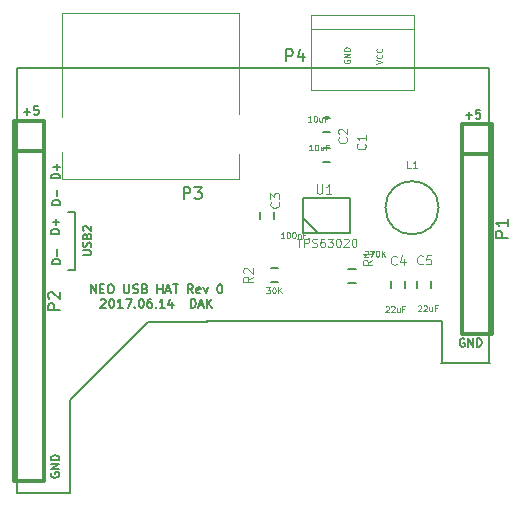
<source format=gto>
G04 #@! TF.FileFunction,Legend,Top*
%FSLAX46Y46*%
G04 Gerber Fmt 4.6, Leading zero omitted, Abs format (unit mm)*
G04 Created by KiCad (PCBNEW 4.0.2-stable) date 6/15/2017 1:23:54 PM*
%MOMM*%
G01*
G04 APERTURE LIST*
%ADD10C,0.100000*%
%ADD11C,0.125000*%
%ADD12C,0.175000*%
%ADD13C,0.200000*%
%ADD14C,0.187500*%
%ADD15C,0.152400*%
%ADD16C,0.120000*%
%ADD17C,0.150000*%
%ADD18C,0.304800*%
%ADD19C,0.046329*%
%ADD20C,0.072390*%
%ADD21C,0.032512*%
%ADD22C,0.203200*%
G04 APERTURE END LIST*
D10*
D11*
X152861200Y-72516953D02*
X152837390Y-72564572D01*
X152837390Y-72636000D01*
X152861200Y-72707429D01*
X152908819Y-72755048D01*
X152956438Y-72778857D01*
X153051676Y-72802667D01*
X153123105Y-72802667D01*
X153218343Y-72778857D01*
X153265962Y-72755048D01*
X153313581Y-72707429D01*
X153337390Y-72636000D01*
X153337390Y-72588381D01*
X153313581Y-72516953D01*
X153289771Y-72493143D01*
X153123105Y-72493143D01*
X153123105Y-72588381D01*
X153337390Y-72278857D02*
X152837390Y-72278857D01*
X153337390Y-71993143D01*
X152837390Y-71993143D01*
X153337390Y-71755047D02*
X152837390Y-71755047D01*
X152837390Y-71636000D01*
X152861200Y-71564571D01*
X152908819Y-71516952D01*
X152956438Y-71493143D01*
X153051676Y-71469333D01*
X153123105Y-71469333D01*
X153218343Y-71493143D01*
X153265962Y-71516952D01*
X153313581Y-71564571D01*
X153337390Y-71636000D01*
X153337390Y-71755047D01*
X155580590Y-72853466D02*
X156080590Y-72686799D01*
X155580590Y-72520133D01*
X156032971Y-72067752D02*
X156056781Y-72091562D01*
X156080590Y-72162990D01*
X156080590Y-72210609D01*
X156056781Y-72282038D01*
X156009162Y-72329657D01*
X155961543Y-72353466D01*
X155866305Y-72377276D01*
X155794876Y-72377276D01*
X155699638Y-72353466D01*
X155652019Y-72329657D01*
X155604400Y-72282038D01*
X155580590Y-72210609D01*
X155580590Y-72162990D01*
X155604400Y-72091562D01*
X155628210Y-72067752D01*
X156032971Y-71567752D02*
X156056781Y-71591562D01*
X156080590Y-71662990D01*
X156080590Y-71710609D01*
X156056781Y-71782038D01*
X156009162Y-71829657D01*
X155961543Y-71853466D01*
X155866305Y-71877276D01*
X155794876Y-71877276D01*
X155699638Y-71853466D01*
X155652019Y-71829657D01*
X155604400Y-71782038D01*
X155580590Y-71710609D01*
X155580590Y-71662990D01*
X155604400Y-71591562D01*
X155628210Y-71567752D01*
D12*
X130731467Y-89049866D02*
X131298133Y-89049866D01*
X131364800Y-89016533D01*
X131398133Y-88983200D01*
X131431467Y-88916533D01*
X131431467Y-88783200D01*
X131398133Y-88716533D01*
X131364800Y-88683200D01*
X131298133Y-88649866D01*
X130731467Y-88649866D01*
X131398133Y-88349867D02*
X131431467Y-88249867D01*
X131431467Y-88083200D01*
X131398133Y-88016533D01*
X131364800Y-87983200D01*
X131298133Y-87949867D01*
X131231467Y-87949867D01*
X131164800Y-87983200D01*
X131131467Y-88016533D01*
X131098133Y-88083200D01*
X131064800Y-88216533D01*
X131031467Y-88283200D01*
X130998133Y-88316533D01*
X130931467Y-88349867D01*
X130864800Y-88349867D01*
X130798133Y-88316533D01*
X130764800Y-88283200D01*
X130731467Y-88216533D01*
X130731467Y-88049867D01*
X130764800Y-87949867D01*
X131064800Y-87416533D02*
X131098133Y-87316533D01*
X131131467Y-87283200D01*
X131198133Y-87249866D01*
X131298133Y-87249866D01*
X131364800Y-87283200D01*
X131398133Y-87316533D01*
X131431467Y-87383200D01*
X131431467Y-87649866D01*
X130731467Y-87649866D01*
X130731467Y-87416533D01*
X130764800Y-87349866D01*
X130798133Y-87316533D01*
X130864800Y-87283200D01*
X130931467Y-87283200D01*
X130998133Y-87316533D01*
X131031467Y-87349866D01*
X131064800Y-87416533D01*
X131064800Y-87649866D01*
X130798133Y-86983200D02*
X130764800Y-86949866D01*
X130731467Y-86883200D01*
X130731467Y-86716533D01*
X130764800Y-86649866D01*
X130798133Y-86616533D01*
X130864800Y-86583200D01*
X130931467Y-86583200D01*
X131031467Y-86616533D01*
X131431467Y-87016533D01*
X131431467Y-86583200D01*
D13*
X130098800Y-90309700D02*
X129463800Y-90309700D01*
X130098800Y-85356700D02*
X130098800Y-90309700D01*
X129463800Y-85356700D02*
X130098800Y-85356700D01*
D12*
X128827967Y-89783366D02*
X128127967Y-89783366D01*
X128127967Y-89616700D01*
X128161300Y-89516700D01*
X128227967Y-89450033D01*
X128294633Y-89416700D01*
X128427967Y-89383366D01*
X128527967Y-89383366D01*
X128661300Y-89416700D01*
X128727967Y-89450033D01*
X128794633Y-89516700D01*
X128827967Y-89616700D01*
X128827967Y-89783366D01*
X128561300Y-89083366D02*
X128561300Y-88550033D01*
X128739067Y-87230666D02*
X128039067Y-87230666D01*
X128039067Y-87064000D01*
X128072400Y-86964000D01*
X128139067Y-86897333D01*
X128205733Y-86864000D01*
X128339067Y-86830666D01*
X128439067Y-86830666D01*
X128572400Y-86864000D01*
X128639067Y-86897333D01*
X128705733Y-86964000D01*
X128739067Y-87064000D01*
X128739067Y-87230666D01*
X128472400Y-86530666D02*
X128472400Y-85997333D01*
X128739067Y-86264000D02*
X128205733Y-86264000D01*
X128827967Y-84766866D02*
X128127967Y-84766866D01*
X128127967Y-84600200D01*
X128161300Y-84500200D01*
X128227967Y-84433533D01*
X128294633Y-84400200D01*
X128427967Y-84366866D01*
X128527967Y-84366866D01*
X128661300Y-84400200D01*
X128727967Y-84433533D01*
X128794633Y-84500200D01*
X128827967Y-84600200D01*
X128827967Y-84766866D01*
X128561300Y-84066866D02*
X128561300Y-83533533D01*
X128764467Y-82544366D02*
X128064467Y-82544366D01*
X128064467Y-82377700D01*
X128097800Y-82277700D01*
X128164467Y-82211033D01*
X128231133Y-82177700D01*
X128364467Y-82144366D01*
X128464467Y-82144366D01*
X128597800Y-82177700D01*
X128664467Y-82211033D01*
X128731133Y-82277700D01*
X128764467Y-82377700D01*
X128764467Y-82544366D01*
X128497800Y-81844366D02*
X128497800Y-81311033D01*
X128764467Y-81577700D02*
X128231133Y-81577700D01*
X128034300Y-107480033D02*
X128000967Y-107546699D01*
X128000967Y-107646699D01*
X128034300Y-107746699D01*
X128100967Y-107813366D01*
X128167633Y-107846699D01*
X128300967Y-107880033D01*
X128400967Y-107880033D01*
X128534300Y-107846699D01*
X128600967Y-107813366D01*
X128667633Y-107746699D01*
X128700967Y-107646699D01*
X128700967Y-107580033D01*
X128667633Y-107480033D01*
X128634300Y-107446699D01*
X128400967Y-107446699D01*
X128400967Y-107580033D01*
X128700967Y-107146699D02*
X128000967Y-107146699D01*
X128700967Y-106746699D01*
X128000967Y-106746699D01*
X128700967Y-106413366D02*
X128000967Y-106413366D01*
X128000967Y-106246700D01*
X128034300Y-106146700D01*
X128100967Y-106080033D01*
X128167633Y-106046700D01*
X128300967Y-106013366D01*
X128400967Y-106013366D01*
X128534300Y-106046700D01*
X128600967Y-106080033D01*
X128667633Y-106146700D01*
X128700967Y-106246700D01*
X128700967Y-106413366D01*
X163029967Y-96119200D02*
X162963301Y-96085867D01*
X162863301Y-96085867D01*
X162763301Y-96119200D01*
X162696634Y-96185867D01*
X162663301Y-96252533D01*
X162629967Y-96385867D01*
X162629967Y-96485867D01*
X162663301Y-96619200D01*
X162696634Y-96685867D01*
X162763301Y-96752533D01*
X162863301Y-96785867D01*
X162929967Y-96785867D01*
X163029967Y-96752533D01*
X163063301Y-96719200D01*
X163063301Y-96485867D01*
X162929967Y-96485867D01*
X163363301Y-96785867D02*
X163363301Y-96085867D01*
X163763301Y-96785867D01*
X163763301Y-96085867D01*
X164096634Y-96785867D02*
X164096634Y-96085867D01*
X164263300Y-96085867D01*
X164363300Y-96119200D01*
X164429967Y-96185867D01*
X164463300Y-96252533D01*
X164496634Y-96385867D01*
X164496634Y-96485867D01*
X164463300Y-96619200D01*
X164429967Y-96685867D01*
X164363300Y-96752533D01*
X164263300Y-96785867D01*
X164096634Y-96785867D01*
X163153800Y-77215200D02*
X163687133Y-77215200D01*
X163420466Y-77481867D02*
X163420466Y-76948533D01*
X164353800Y-76781867D02*
X164020467Y-76781867D01*
X163987133Y-77115200D01*
X164020467Y-77081867D01*
X164087133Y-77048533D01*
X164253800Y-77048533D01*
X164320467Y-77081867D01*
X164353800Y-77115200D01*
X164387133Y-77181867D01*
X164387133Y-77348533D01*
X164353800Y-77415200D01*
X164320467Y-77448533D01*
X164253800Y-77481867D01*
X164087133Y-77481867D01*
X164020467Y-77448533D01*
X163987133Y-77415200D01*
X125752300Y-76897700D02*
X126285633Y-76897700D01*
X126018966Y-77164367D02*
X126018966Y-76631033D01*
X126952300Y-76464367D02*
X126618967Y-76464367D01*
X126585633Y-76797700D01*
X126618967Y-76764367D01*
X126685633Y-76731033D01*
X126852300Y-76731033D01*
X126918967Y-76764367D01*
X126952300Y-76797700D01*
X126985633Y-76864367D01*
X126985633Y-77031033D01*
X126952300Y-77097700D01*
X126918967Y-77131033D01*
X126852300Y-77164367D01*
X126685633Y-77164367D01*
X126618967Y-77131033D01*
X126585633Y-77097700D01*
D14*
X131403228Y-92278136D02*
X131403228Y-91528136D01*
X131831800Y-92278136D01*
X131831800Y-91528136D01*
X132188942Y-91885279D02*
X132438942Y-91885279D01*
X132546085Y-92278136D02*
X132188942Y-92278136D01*
X132188942Y-91528136D01*
X132546085Y-91528136D01*
X133010371Y-91528136D02*
X133153228Y-91528136D01*
X133224656Y-91563850D01*
X133296085Y-91635279D01*
X133331799Y-91778136D01*
X133331799Y-92028136D01*
X133296085Y-92170993D01*
X133224656Y-92242421D01*
X133153228Y-92278136D01*
X133010371Y-92278136D01*
X132938942Y-92242421D01*
X132867513Y-92170993D01*
X132831799Y-92028136D01*
X132831799Y-91778136D01*
X132867513Y-91635279D01*
X132938942Y-91563850D01*
X133010371Y-91528136D01*
X134224656Y-91528136D02*
X134224656Y-92135279D01*
X134260371Y-92206707D01*
X134296085Y-92242421D01*
X134367514Y-92278136D01*
X134510371Y-92278136D01*
X134581799Y-92242421D01*
X134617514Y-92206707D01*
X134653228Y-92135279D01*
X134653228Y-91528136D01*
X134974656Y-92242421D02*
X135081799Y-92278136D01*
X135260370Y-92278136D01*
X135331799Y-92242421D01*
X135367513Y-92206707D01*
X135403228Y-92135279D01*
X135403228Y-92063850D01*
X135367513Y-91992421D01*
X135331799Y-91956707D01*
X135260370Y-91920993D01*
X135117513Y-91885279D01*
X135046085Y-91849564D01*
X135010370Y-91813850D01*
X134974656Y-91742421D01*
X134974656Y-91670993D01*
X135010370Y-91599564D01*
X135046085Y-91563850D01*
X135117513Y-91528136D01*
X135296085Y-91528136D01*
X135403228Y-91563850D01*
X135974656Y-91885279D02*
X136081799Y-91920993D01*
X136117514Y-91956707D01*
X136153228Y-92028136D01*
X136153228Y-92135279D01*
X136117514Y-92206707D01*
X136081799Y-92242421D01*
X136010371Y-92278136D01*
X135724656Y-92278136D01*
X135724656Y-91528136D01*
X135974656Y-91528136D01*
X136046085Y-91563850D01*
X136081799Y-91599564D01*
X136117514Y-91670993D01*
X136117514Y-91742421D01*
X136081799Y-91813850D01*
X136046085Y-91849564D01*
X135974656Y-91885279D01*
X135724656Y-91885279D01*
X137046085Y-92278136D02*
X137046085Y-91528136D01*
X137046085Y-91885279D02*
X137474657Y-91885279D01*
X137474657Y-92278136D02*
X137474657Y-91528136D01*
X137796085Y-92063850D02*
X138153228Y-92063850D01*
X137724657Y-92278136D02*
X137974657Y-91528136D01*
X138224657Y-92278136D01*
X138367514Y-91528136D02*
X138796085Y-91528136D01*
X138581799Y-92278136D02*
X138581799Y-91528136D01*
X140046086Y-92278136D02*
X139796086Y-91920993D01*
X139617514Y-92278136D02*
X139617514Y-91528136D01*
X139903229Y-91528136D01*
X139974657Y-91563850D01*
X140010372Y-91599564D01*
X140046086Y-91670993D01*
X140046086Y-91778136D01*
X140010372Y-91849564D01*
X139974657Y-91885279D01*
X139903229Y-91920993D01*
X139617514Y-91920993D01*
X140653229Y-92242421D02*
X140581800Y-92278136D01*
X140438943Y-92278136D01*
X140367514Y-92242421D01*
X140331800Y-92170993D01*
X140331800Y-91885279D01*
X140367514Y-91813850D01*
X140438943Y-91778136D01*
X140581800Y-91778136D01*
X140653229Y-91813850D01*
X140688943Y-91885279D01*
X140688943Y-91956707D01*
X140331800Y-92028136D01*
X140938943Y-91778136D02*
X141117514Y-92278136D01*
X141296086Y-91778136D01*
X142296087Y-91528136D02*
X142367515Y-91528136D01*
X142438944Y-91563850D01*
X142474658Y-91599564D01*
X142510372Y-91670993D01*
X142546087Y-91813850D01*
X142546087Y-91992421D01*
X142510372Y-92135279D01*
X142474658Y-92206707D01*
X142438944Y-92242421D01*
X142367515Y-92278136D01*
X142296087Y-92278136D01*
X142224658Y-92242421D01*
X142188944Y-92206707D01*
X142153229Y-92135279D01*
X142117515Y-91992421D01*
X142117515Y-91813850D01*
X142153229Y-91670993D01*
X142188944Y-91599564D01*
X142224658Y-91563850D01*
X142296087Y-91528136D01*
X132242513Y-92837064D02*
X132278227Y-92801350D01*
X132349656Y-92765636D01*
X132528227Y-92765636D01*
X132599656Y-92801350D01*
X132635370Y-92837064D01*
X132671085Y-92908493D01*
X132671085Y-92979921D01*
X132635370Y-93087064D01*
X132206799Y-93515636D01*
X132671085Y-93515636D01*
X133135371Y-92765636D02*
X133206799Y-92765636D01*
X133278228Y-92801350D01*
X133313942Y-92837064D01*
X133349656Y-92908493D01*
X133385371Y-93051350D01*
X133385371Y-93229921D01*
X133349656Y-93372779D01*
X133313942Y-93444207D01*
X133278228Y-93479921D01*
X133206799Y-93515636D01*
X133135371Y-93515636D01*
X133063942Y-93479921D01*
X133028228Y-93444207D01*
X132992513Y-93372779D01*
X132956799Y-93229921D01*
X132956799Y-93051350D01*
X132992513Y-92908493D01*
X133028228Y-92837064D01*
X133063942Y-92801350D01*
X133135371Y-92765636D01*
X134099657Y-93515636D02*
X133671085Y-93515636D01*
X133885371Y-93515636D02*
X133885371Y-92765636D01*
X133813942Y-92872779D01*
X133742514Y-92944207D01*
X133671085Y-92979921D01*
X134349657Y-92765636D02*
X134849657Y-92765636D01*
X134528228Y-93515636D01*
X135135371Y-93444207D02*
X135171086Y-93479921D01*
X135135371Y-93515636D01*
X135099657Y-93479921D01*
X135135371Y-93444207D01*
X135135371Y-93515636D01*
X135635372Y-92765636D02*
X135706800Y-92765636D01*
X135778229Y-92801350D01*
X135813943Y-92837064D01*
X135849657Y-92908493D01*
X135885372Y-93051350D01*
X135885372Y-93229921D01*
X135849657Y-93372779D01*
X135813943Y-93444207D01*
X135778229Y-93479921D01*
X135706800Y-93515636D01*
X135635372Y-93515636D01*
X135563943Y-93479921D01*
X135528229Y-93444207D01*
X135492514Y-93372779D01*
X135456800Y-93229921D01*
X135456800Y-93051350D01*
X135492514Y-92908493D01*
X135528229Y-92837064D01*
X135563943Y-92801350D01*
X135635372Y-92765636D01*
X136528229Y-92765636D02*
X136385372Y-92765636D01*
X136313943Y-92801350D01*
X136278229Y-92837064D01*
X136206800Y-92944207D01*
X136171086Y-93087064D01*
X136171086Y-93372779D01*
X136206800Y-93444207D01*
X136242515Y-93479921D01*
X136313943Y-93515636D01*
X136456800Y-93515636D01*
X136528229Y-93479921D01*
X136563943Y-93444207D01*
X136599658Y-93372779D01*
X136599658Y-93194207D01*
X136563943Y-93122779D01*
X136528229Y-93087064D01*
X136456800Y-93051350D01*
X136313943Y-93051350D01*
X136242515Y-93087064D01*
X136206800Y-93122779D01*
X136171086Y-93194207D01*
X136921086Y-93444207D02*
X136956801Y-93479921D01*
X136921086Y-93515636D01*
X136885372Y-93479921D01*
X136921086Y-93444207D01*
X136921086Y-93515636D01*
X137671087Y-93515636D02*
X137242515Y-93515636D01*
X137456801Y-93515636D02*
X137456801Y-92765636D01*
X137385372Y-92872779D01*
X137313944Y-92944207D01*
X137242515Y-92979921D01*
X138313944Y-93015636D02*
X138313944Y-93515636D01*
X138135373Y-92729921D02*
X137956801Y-93265636D01*
X138421087Y-93265636D01*
X139849659Y-93515636D02*
X139849659Y-92765636D01*
X140028231Y-92765636D01*
X140135374Y-92801350D01*
X140206802Y-92872779D01*
X140242517Y-92944207D01*
X140278231Y-93087064D01*
X140278231Y-93194207D01*
X140242517Y-93337064D01*
X140206802Y-93408493D01*
X140135374Y-93479921D01*
X140028231Y-93515636D01*
X139849659Y-93515636D01*
X140563945Y-93301350D02*
X140921088Y-93301350D01*
X140492517Y-93515636D02*
X140742517Y-92765636D01*
X140992517Y-93515636D01*
X141242516Y-93515636D02*
X141242516Y-92765636D01*
X141671088Y-93515636D02*
X141349659Y-93087064D01*
X141671088Y-92765636D02*
X141242516Y-93194207D01*
D13*
X125145800Y-109169200D02*
X125145800Y-73164700D01*
X129654300Y-109169200D02*
X129654300Y-101295200D01*
X125145800Y-109169200D02*
X129654300Y-109169200D01*
X165150800Y-98183700D02*
X165087300Y-98183700D01*
X165150800Y-73164700D02*
X165150800Y-98183700D01*
X161150300Y-94627700D02*
X161150300Y-98183700D01*
X161086800Y-98183700D02*
X165214300Y-98183700D01*
X136258300Y-94691200D02*
X141211300Y-94691200D01*
X129717800Y-101231700D02*
X136258300Y-94691200D01*
X141147800Y-94627700D02*
X161150300Y-94627700D01*
X125145800Y-73164700D02*
X165150800Y-73164700D01*
D15*
X153382900Y-87172700D02*
X153382900Y-84175500D01*
X149369700Y-84175500D02*
X149369700Y-87172700D01*
X149877700Y-87756900D02*
G75*
G03X149877700Y-87604500I0J76200D01*
G01*
X149877700Y-87604500D02*
G75*
G03X149877700Y-87756900I0J-76200D01*
G01*
X150639700Y-87172700D02*
X149369700Y-85902700D01*
X153376300Y-87174100D02*
X153376300Y-84174100D01*
X153376300Y-84174100D02*
X149376300Y-84174100D01*
X149376300Y-84174100D02*
X149376300Y-87174100D01*
X149376300Y-87174100D02*
X153376300Y-87174100D01*
X149877700Y-87756900D02*
G75*
G03X149877700Y-87604500I0J76200D01*
G01*
X149877700Y-87604500D02*
G75*
G03X149877700Y-87756900I0J-76200D01*
G01*
X160213600Y-91241600D02*
X160213600Y-91841600D01*
X159013600Y-91241600D02*
X159013600Y-91841600D01*
X157978400Y-91241600D02*
X157978400Y-91841600D01*
X156778400Y-91241600D02*
X156778400Y-91841600D01*
X147231300Y-91354100D02*
X146631300Y-91354100D01*
X147231300Y-90154100D02*
X146631300Y-90154100D01*
X153817600Y-91430400D02*
X153217600Y-91430400D01*
X153817600Y-90230400D02*
X153217600Y-90230400D01*
X146896300Y-85374100D02*
X146896300Y-85974100D01*
X145696300Y-85374100D02*
X145696300Y-85974100D01*
X151076300Y-77454100D02*
X151676300Y-77454100D01*
X151076300Y-78654100D02*
X151676300Y-78654100D01*
X151076300Y-79994100D02*
X151676300Y-79994100D01*
X151076300Y-81194100D02*
X151676300Y-81194100D01*
D16*
X158769300Y-68690200D02*
X150069300Y-68690200D01*
X158769300Y-75100200D02*
X150069300Y-75100200D01*
X150069300Y-75100200D02*
X150069300Y-68690200D01*
X150069300Y-69920200D02*
X158769300Y-69920200D01*
X158769300Y-68690200D02*
X158769300Y-75100200D01*
D17*
X160847600Y-85039200D02*
G75*
G03X160847600Y-85039200I-2250000J0D01*
G01*
D16*
X128954800Y-82623200D02*
X128954800Y-80293200D01*
X143944800Y-82623200D02*
X143944800Y-80503200D01*
X128954800Y-82623200D02*
X143944800Y-82623200D01*
X128954800Y-68533200D02*
X143944800Y-68533200D01*
X128954800Y-77333200D02*
X128954800Y-68533200D01*
X143944800Y-77133200D02*
X143944800Y-68533200D01*
D18*
X165354000Y-80467200D02*
X162814000Y-80467200D01*
X162814000Y-77927200D02*
X162814000Y-95707200D01*
X165354000Y-95707200D02*
X165354000Y-77927200D01*
X162814000Y-77927200D02*
X165354000Y-77927200D01*
X165354000Y-95707200D02*
X162814000Y-95707200D01*
X124917200Y-108204000D02*
X124917200Y-77724000D01*
X127457200Y-77724000D02*
X127457200Y-108204000D01*
X127457200Y-108204000D02*
X124917200Y-108204000D01*
X127457200Y-80264000D02*
X124917200Y-80264000D01*
X124917200Y-77724000D02*
X127457200Y-77724000D01*
D19*
X150551848Y-83061870D02*
X150551848Y-83686952D01*
X150588617Y-83760491D01*
X150625387Y-83797261D01*
X150698926Y-83834030D01*
X150846004Y-83834030D01*
X150919543Y-83797261D01*
X150956312Y-83760491D01*
X150993082Y-83686952D01*
X150993082Y-83061870D01*
X151765242Y-83834030D02*
X151324008Y-83834030D01*
X151544625Y-83834030D02*
X151544625Y-83061870D01*
X151471086Y-83172179D01*
X151397547Y-83245718D01*
X151324008Y-83282488D01*
D20*
X148859867Y-87658667D02*
X149259867Y-87658667D01*
X149059867Y-88358667D02*
X149059867Y-87658667D01*
X149493200Y-88358667D02*
X149493200Y-87658667D01*
X149759866Y-87658667D01*
X149826533Y-87692000D01*
X149859866Y-87725333D01*
X149893200Y-87792000D01*
X149893200Y-87892000D01*
X149859866Y-87958667D01*
X149826533Y-87992000D01*
X149759866Y-88025333D01*
X149493200Y-88025333D01*
X150159866Y-88325333D02*
X150259866Y-88358667D01*
X150426533Y-88358667D01*
X150493200Y-88325333D01*
X150526533Y-88292000D01*
X150559866Y-88225333D01*
X150559866Y-88158667D01*
X150526533Y-88092000D01*
X150493200Y-88058667D01*
X150426533Y-88025333D01*
X150293200Y-87992000D01*
X150226533Y-87958667D01*
X150193200Y-87925333D01*
X150159866Y-87858667D01*
X150159866Y-87792000D01*
X150193200Y-87725333D01*
X150226533Y-87692000D01*
X150293200Y-87658667D01*
X150459866Y-87658667D01*
X150559866Y-87692000D01*
X151159867Y-87658667D02*
X151026533Y-87658667D01*
X150959867Y-87692000D01*
X150926533Y-87725333D01*
X150859867Y-87825333D01*
X150826533Y-87958667D01*
X150826533Y-88225333D01*
X150859867Y-88292000D01*
X150893200Y-88325333D01*
X150959867Y-88358667D01*
X151093200Y-88358667D01*
X151159867Y-88325333D01*
X151193200Y-88292000D01*
X151226533Y-88225333D01*
X151226533Y-88058667D01*
X151193200Y-87992000D01*
X151159867Y-87958667D01*
X151093200Y-87925333D01*
X150959867Y-87925333D01*
X150893200Y-87958667D01*
X150859867Y-87992000D01*
X150826533Y-88058667D01*
X151459867Y-87658667D02*
X151893200Y-87658667D01*
X151659867Y-87925333D01*
X151759867Y-87925333D01*
X151826534Y-87958667D01*
X151859867Y-87992000D01*
X151893200Y-88058667D01*
X151893200Y-88225333D01*
X151859867Y-88292000D01*
X151826534Y-88325333D01*
X151759867Y-88358667D01*
X151559867Y-88358667D01*
X151493200Y-88325333D01*
X151459867Y-88292000D01*
X152326534Y-87658667D02*
X152393201Y-87658667D01*
X152459867Y-87692000D01*
X152493201Y-87725333D01*
X152526534Y-87792000D01*
X152559867Y-87925333D01*
X152559867Y-88092000D01*
X152526534Y-88225333D01*
X152493201Y-88292000D01*
X152459867Y-88325333D01*
X152393201Y-88358667D01*
X152326534Y-88358667D01*
X152259867Y-88325333D01*
X152226534Y-88292000D01*
X152193201Y-88225333D01*
X152159867Y-88092000D01*
X152159867Y-87925333D01*
X152193201Y-87792000D01*
X152226534Y-87725333D01*
X152259867Y-87692000D01*
X152326534Y-87658667D01*
X152826534Y-87725333D02*
X152859868Y-87692000D01*
X152926534Y-87658667D01*
X153093201Y-87658667D01*
X153159868Y-87692000D01*
X153193201Y-87725333D01*
X153226534Y-87792000D01*
X153226534Y-87858667D01*
X153193201Y-87958667D01*
X152793201Y-88358667D01*
X153226534Y-88358667D01*
X153659868Y-87658667D02*
X153726535Y-87658667D01*
X153793201Y-87692000D01*
X153826535Y-87725333D01*
X153859868Y-87792000D01*
X153893201Y-87925333D01*
X153893201Y-88092000D01*
X153859868Y-88225333D01*
X153826535Y-88292000D01*
X153793201Y-88325333D01*
X153726535Y-88358667D01*
X153659868Y-88358667D01*
X153593201Y-88325333D01*
X153559868Y-88292000D01*
X153526535Y-88225333D01*
X153493201Y-88092000D01*
X153493201Y-87925333D01*
X153526535Y-87792000D01*
X153559868Y-87725333D01*
X153593201Y-87692000D01*
X153659868Y-87658667D01*
D21*
X159493132Y-89765051D02*
X159456362Y-89801821D01*
X159346054Y-89838590D01*
X159272515Y-89838590D01*
X159162206Y-89801821D01*
X159088667Y-89728282D01*
X159051898Y-89654743D01*
X159015128Y-89507665D01*
X159015128Y-89397356D01*
X159051898Y-89250278D01*
X159088667Y-89176739D01*
X159162206Y-89103200D01*
X159272515Y-89066430D01*
X159346054Y-89066430D01*
X159456362Y-89103200D01*
X159493132Y-89139970D01*
X160191753Y-89066430D02*
X159824058Y-89066430D01*
X159787288Y-89434126D01*
X159824058Y-89397356D01*
X159897597Y-89360587D01*
X160081444Y-89360587D01*
X160154983Y-89397356D01*
X160191753Y-89434126D01*
X160228522Y-89507665D01*
X160228522Y-89691512D01*
X160191753Y-89765051D01*
X160154983Y-89801821D01*
X160081444Y-89838590D01*
X159897597Y-89838590D01*
X159824058Y-89801821D01*
X159787288Y-89765051D01*
D20*
X159099238Y-93351410D02*
X159123048Y-93327600D01*
X159170667Y-93303790D01*
X159289714Y-93303790D01*
X159337333Y-93327600D01*
X159361143Y-93351410D01*
X159384952Y-93399029D01*
X159384952Y-93446648D01*
X159361143Y-93518076D01*
X159075429Y-93803790D01*
X159384952Y-93803790D01*
X159575428Y-93351410D02*
X159599238Y-93327600D01*
X159646857Y-93303790D01*
X159765904Y-93303790D01*
X159813523Y-93327600D01*
X159837333Y-93351410D01*
X159861142Y-93399029D01*
X159861142Y-93446648D01*
X159837333Y-93518076D01*
X159551619Y-93803790D01*
X159861142Y-93803790D01*
X160289713Y-93470457D02*
X160289713Y-93803790D01*
X160075428Y-93470457D02*
X160075428Y-93732362D01*
X160099237Y-93779981D01*
X160146856Y-93803790D01*
X160218285Y-93803790D01*
X160265904Y-93779981D01*
X160289713Y-93756171D01*
X160694475Y-93541886D02*
X160527809Y-93541886D01*
X160527809Y-93803790D02*
X160527809Y-93303790D01*
X160765904Y-93303790D01*
D19*
X157292282Y-89805691D02*
X157255512Y-89842461D01*
X157145204Y-89879230D01*
X157071665Y-89879230D01*
X156961356Y-89842461D01*
X156887817Y-89768922D01*
X156851048Y-89695383D01*
X156814278Y-89548305D01*
X156814278Y-89437996D01*
X156851048Y-89290918D01*
X156887817Y-89217379D01*
X156961356Y-89143840D01*
X157071665Y-89107070D01*
X157145204Y-89107070D01*
X157255512Y-89143840D01*
X157292282Y-89180610D01*
X157954133Y-89364457D02*
X157954133Y-89879230D01*
X157770286Y-89070301D02*
X157586438Y-89621844D01*
X158064442Y-89621844D01*
D20*
X156356038Y-93402210D02*
X156379848Y-93378400D01*
X156427467Y-93354590D01*
X156546514Y-93354590D01*
X156594133Y-93378400D01*
X156617943Y-93402210D01*
X156641752Y-93449829D01*
X156641752Y-93497448D01*
X156617943Y-93568876D01*
X156332229Y-93854590D01*
X156641752Y-93854590D01*
X156832228Y-93402210D02*
X156856038Y-93378400D01*
X156903657Y-93354590D01*
X157022704Y-93354590D01*
X157070323Y-93378400D01*
X157094133Y-93402210D01*
X157117942Y-93449829D01*
X157117942Y-93497448D01*
X157094133Y-93568876D01*
X156808419Y-93854590D01*
X157117942Y-93854590D01*
X157546513Y-93521257D02*
X157546513Y-93854590D01*
X157332228Y-93521257D02*
X157332228Y-93783162D01*
X157356037Y-93830781D01*
X157403656Y-93854590D01*
X157475085Y-93854590D01*
X157522704Y-93830781D01*
X157546513Y-93806971D01*
X157951275Y-93592686D02*
X157784609Y-93592686D01*
X157784609Y-93854590D02*
X157784609Y-93354590D01*
X158022704Y-93354590D01*
D19*
X145098830Y-90865718D02*
X144731135Y-91123105D01*
X145098830Y-91306952D02*
X144326670Y-91306952D01*
X144326670Y-91012796D01*
X144363440Y-90939257D01*
X144400210Y-90902488D01*
X144473749Y-90865718D01*
X144584057Y-90865718D01*
X144657596Y-90902488D01*
X144694366Y-90939257D01*
X144731135Y-91012796D01*
X144731135Y-91306952D01*
X144400210Y-90571562D02*
X144363440Y-90534792D01*
X144326670Y-90461253D01*
X144326670Y-90277406D01*
X144363440Y-90203867D01*
X144400210Y-90167097D01*
X144473749Y-90130328D01*
X144547288Y-90130328D01*
X144657596Y-90167097D01*
X145098830Y-90608331D01*
X145098830Y-90130328D01*
D20*
X146273829Y-91779790D02*
X146583352Y-91779790D01*
X146416686Y-91970267D01*
X146488114Y-91970267D01*
X146535733Y-91994076D01*
X146559543Y-92017886D01*
X146583352Y-92065505D01*
X146583352Y-92184552D01*
X146559543Y-92232171D01*
X146535733Y-92255981D01*
X146488114Y-92279790D01*
X146345257Y-92279790D01*
X146297638Y-92255981D01*
X146273829Y-92232171D01*
X146892876Y-91779790D02*
X146940495Y-91779790D01*
X146988114Y-91803600D01*
X147011923Y-91827410D01*
X147035733Y-91875029D01*
X147059542Y-91970267D01*
X147059542Y-92089314D01*
X147035733Y-92184552D01*
X147011923Y-92232171D01*
X146988114Y-92255981D01*
X146940495Y-92279790D01*
X146892876Y-92279790D01*
X146845257Y-92255981D01*
X146821447Y-92232171D01*
X146797638Y-92184552D01*
X146773828Y-92089314D01*
X146773828Y-91970267D01*
X146797638Y-91875029D01*
X146821447Y-91827410D01*
X146845257Y-91803600D01*
X146892876Y-91779790D01*
X147273828Y-92279790D02*
X147273828Y-91779790D01*
X147559542Y-92279790D02*
X147345256Y-91994076D01*
X147559542Y-91779790D02*
X147273828Y-92065505D01*
D19*
X155208030Y-89443318D02*
X154840335Y-89700705D01*
X155208030Y-89884552D02*
X154435870Y-89884552D01*
X154435870Y-89590396D01*
X154472640Y-89516857D01*
X154509410Y-89480088D01*
X154582949Y-89443318D01*
X154693257Y-89443318D01*
X154766796Y-89480088D01*
X154803566Y-89516857D01*
X154840335Y-89590396D01*
X154840335Y-89884552D01*
X155208030Y-88707928D02*
X155208030Y-89149162D01*
X155208030Y-88928545D02*
X154435870Y-88928545D01*
X154546179Y-89002084D01*
X154619718Y-89075623D01*
X154656488Y-89149162D01*
D20*
X154578038Y-88728610D02*
X154601848Y-88704800D01*
X154649467Y-88680990D01*
X154768514Y-88680990D01*
X154816133Y-88704800D01*
X154839943Y-88728610D01*
X154863752Y-88776229D01*
X154863752Y-88823848D01*
X154839943Y-88895276D01*
X154554229Y-89180990D01*
X154863752Y-89180990D01*
X155030419Y-88680990D02*
X155363752Y-88680990D01*
X155149466Y-89180990D01*
X155649466Y-88680990D02*
X155697085Y-88680990D01*
X155744704Y-88704800D01*
X155768513Y-88728610D01*
X155792323Y-88776229D01*
X155816132Y-88871467D01*
X155816132Y-88990514D01*
X155792323Y-89085752D01*
X155768513Y-89133371D01*
X155744704Y-89157181D01*
X155697085Y-89180990D01*
X155649466Y-89180990D01*
X155601847Y-89157181D01*
X155578037Y-89133371D01*
X155554228Y-89085752D01*
X155530418Y-88990514D01*
X155530418Y-88871467D01*
X155554228Y-88776229D01*
X155578037Y-88728610D01*
X155601847Y-88704800D01*
X155649466Y-88680990D01*
X156030418Y-89180990D02*
X156030418Y-88680990D01*
X156316132Y-89180990D02*
X156101846Y-88895276D01*
X156316132Y-88680990D02*
X156030418Y-88966705D01*
D19*
X147295891Y-84566318D02*
X147332661Y-84603088D01*
X147369430Y-84713396D01*
X147369430Y-84786935D01*
X147332661Y-84897244D01*
X147259122Y-84970783D01*
X147185583Y-85007552D01*
X147038505Y-85044322D01*
X146928196Y-85044322D01*
X146781118Y-85007552D01*
X146707579Y-84970783D01*
X146634040Y-84897244D01*
X146597270Y-84786935D01*
X146597270Y-84713396D01*
X146634040Y-84603088D01*
X146670810Y-84566318D01*
X146597270Y-84308931D02*
X146597270Y-83830928D01*
X146891427Y-84088314D01*
X146891427Y-83978006D01*
X146928196Y-83904467D01*
X146964966Y-83867697D01*
X147038505Y-83830928D01*
X147222352Y-83830928D01*
X147295891Y-83867697D01*
X147332661Y-83904467D01*
X147369430Y-83978006D01*
X147369430Y-84198623D01*
X147332661Y-84272162D01*
X147295891Y-84308931D01*
D20*
X147787152Y-87605990D02*
X147501438Y-87605990D01*
X147644295Y-87605990D02*
X147644295Y-87105990D01*
X147596676Y-87177419D01*
X147549057Y-87225038D01*
X147501438Y-87248848D01*
X148096676Y-87105990D02*
X148144295Y-87105990D01*
X148191914Y-87129800D01*
X148215723Y-87153610D01*
X148239533Y-87201229D01*
X148263342Y-87296467D01*
X148263342Y-87415514D01*
X148239533Y-87510752D01*
X148215723Y-87558371D01*
X148191914Y-87582181D01*
X148144295Y-87605990D01*
X148096676Y-87605990D01*
X148049057Y-87582181D01*
X148025247Y-87558371D01*
X148001438Y-87510752D01*
X147977628Y-87415514D01*
X147977628Y-87296467D01*
X148001438Y-87201229D01*
X148025247Y-87153610D01*
X148049057Y-87129800D01*
X148096676Y-87105990D01*
X148572866Y-87105990D02*
X148620485Y-87105990D01*
X148668104Y-87129800D01*
X148691913Y-87153610D01*
X148715723Y-87201229D01*
X148739532Y-87296467D01*
X148739532Y-87415514D01*
X148715723Y-87510752D01*
X148691913Y-87558371D01*
X148668104Y-87582181D01*
X148620485Y-87605990D01*
X148572866Y-87605990D01*
X148525247Y-87582181D01*
X148501437Y-87558371D01*
X148477628Y-87510752D01*
X148453818Y-87415514D01*
X148453818Y-87296467D01*
X148477628Y-87201229D01*
X148501437Y-87153610D01*
X148525247Y-87129800D01*
X148572866Y-87105990D01*
X148953818Y-87272657D02*
X148953818Y-87605990D01*
X148953818Y-87320276D02*
X148977627Y-87296467D01*
X149025246Y-87272657D01*
X149096675Y-87272657D01*
X149144294Y-87296467D01*
X149168103Y-87344086D01*
X149168103Y-87605990D01*
X149572865Y-87344086D02*
X149406199Y-87344086D01*
X149406199Y-87605990D02*
X149406199Y-87105990D01*
X149644294Y-87105990D01*
D21*
X154621251Y-79622268D02*
X154658021Y-79659038D01*
X154694790Y-79769346D01*
X154694790Y-79842885D01*
X154658021Y-79953194D01*
X154584482Y-80026733D01*
X154510943Y-80063502D01*
X154363865Y-80100272D01*
X154253556Y-80100272D01*
X154106478Y-80063502D01*
X154032939Y-80026733D01*
X153959400Y-79953194D01*
X153922630Y-79842885D01*
X153922630Y-79769346D01*
X153959400Y-79659038D01*
X153996170Y-79622268D01*
X154694790Y-78886878D02*
X154694790Y-79328112D01*
X154694790Y-79107495D02*
X153922630Y-79107495D01*
X154032939Y-79181034D01*
X154106478Y-79254573D01*
X154143248Y-79328112D01*
D20*
X150073152Y-77750790D02*
X149787438Y-77750790D01*
X149930295Y-77750790D02*
X149930295Y-77250790D01*
X149882676Y-77322219D01*
X149835057Y-77369838D01*
X149787438Y-77393648D01*
X150382676Y-77250790D02*
X150430295Y-77250790D01*
X150477914Y-77274600D01*
X150501723Y-77298410D01*
X150525533Y-77346029D01*
X150549342Y-77441267D01*
X150549342Y-77560314D01*
X150525533Y-77655552D01*
X150501723Y-77703171D01*
X150477914Y-77726981D01*
X150430295Y-77750790D01*
X150382676Y-77750790D01*
X150335057Y-77726981D01*
X150311247Y-77703171D01*
X150287438Y-77655552D01*
X150263628Y-77560314D01*
X150263628Y-77441267D01*
X150287438Y-77346029D01*
X150311247Y-77298410D01*
X150335057Y-77274600D01*
X150382676Y-77250790D01*
X150977913Y-77417457D02*
X150977913Y-77750790D01*
X150763628Y-77417457D02*
X150763628Y-77679362D01*
X150787437Y-77726981D01*
X150835056Y-77750790D01*
X150906485Y-77750790D01*
X150954104Y-77726981D01*
X150977913Y-77703171D01*
X151382675Y-77488886D02*
X151216009Y-77488886D01*
X151216009Y-77750790D02*
X151216009Y-77250790D01*
X151454104Y-77250790D01*
D19*
X153036291Y-79079918D02*
X153073061Y-79116688D01*
X153109830Y-79226996D01*
X153109830Y-79300535D01*
X153073061Y-79410844D01*
X152999522Y-79484383D01*
X152925983Y-79521152D01*
X152778905Y-79557922D01*
X152668596Y-79557922D01*
X152521518Y-79521152D01*
X152447979Y-79484383D01*
X152374440Y-79410844D01*
X152337670Y-79300535D01*
X152337670Y-79226996D01*
X152374440Y-79116688D01*
X152411210Y-79079918D01*
X152411210Y-78785762D02*
X152374440Y-78748992D01*
X152337670Y-78675453D01*
X152337670Y-78491606D01*
X152374440Y-78418067D01*
X152411210Y-78381297D01*
X152484749Y-78344528D01*
X152558288Y-78344528D01*
X152668596Y-78381297D01*
X153109830Y-78822531D01*
X153109830Y-78344528D01*
D20*
X150174752Y-80189190D02*
X149889038Y-80189190D01*
X150031895Y-80189190D02*
X150031895Y-79689190D01*
X149984276Y-79760619D01*
X149936657Y-79808238D01*
X149889038Y-79832048D01*
X150484276Y-79689190D02*
X150531895Y-79689190D01*
X150579514Y-79713000D01*
X150603323Y-79736810D01*
X150627133Y-79784429D01*
X150650942Y-79879667D01*
X150650942Y-79998714D01*
X150627133Y-80093952D01*
X150603323Y-80141571D01*
X150579514Y-80165381D01*
X150531895Y-80189190D01*
X150484276Y-80189190D01*
X150436657Y-80165381D01*
X150412847Y-80141571D01*
X150389038Y-80093952D01*
X150365228Y-79998714D01*
X150365228Y-79879667D01*
X150389038Y-79784429D01*
X150412847Y-79736810D01*
X150436657Y-79713000D01*
X150484276Y-79689190D01*
X151079513Y-79855857D02*
X151079513Y-80189190D01*
X150865228Y-79855857D02*
X150865228Y-80117762D01*
X150889037Y-80165381D01*
X150936656Y-80189190D01*
X151008085Y-80189190D01*
X151055704Y-80165381D01*
X151079513Y-80141571D01*
X151484275Y-79927286D02*
X151317609Y-79927286D01*
X151317609Y-80189190D02*
X151317609Y-79689190D01*
X151555704Y-79689190D01*
D17*
X147953505Y-72639181D02*
X147953505Y-71639181D01*
X148334458Y-71639181D01*
X148429696Y-71686800D01*
X148477315Y-71734419D01*
X148524934Y-71829657D01*
X148524934Y-71972514D01*
X148477315Y-72067752D01*
X148429696Y-72115371D01*
X148334458Y-72162990D01*
X147953505Y-72162990D01*
X149382077Y-71972514D02*
X149382077Y-72639181D01*
X149143981Y-71591562D02*
X148905886Y-72305848D01*
X149524934Y-72305848D01*
D10*
X158497600Y-81703829D02*
X158211886Y-81703829D01*
X158211886Y-81103829D01*
X159011886Y-81703829D02*
X158669029Y-81703829D01*
X158840457Y-81703829D02*
X158840457Y-81103829D01*
X158783314Y-81189543D01*
X158726172Y-81246686D01*
X158669029Y-81275257D01*
D17*
X139266705Y-84285581D02*
X139266705Y-83285581D01*
X139647658Y-83285581D01*
X139742896Y-83333200D01*
X139790515Y-83380819D01*
X139838134Y-83476057D01*
X139838134Y-83618914D01*
X139790515Y-83714152D01*
X139742896Y-83761771D01*
X139647658Y-83809390D01*
X139266705Y-83809390D01*
X140171467Y-83285581D02*
X140790515Y-83285581D01*
X140457181Y-83666533D01*
X140600039Y-83666533D01*
X140695277Y-83714152D01*
X140742896Y-83761771D01*
X140790515Y-83857010D01*
X140790515Y-84095105D01*
X140742896Y-84190343D01*
X140695277Y-84237962D01*
X140600039Y-84285581D01*
X140314324Y-84285581D01*
X140219086Y-84237962D01*
X140171467Y-84190343D01*
D22*
X166702619Y-87567104D02*
X165686619Y-87567104D01*
X165686619Y-87180057D01*
X165735000Y-87083295D01*
X165783381Y-87034914D01*
X165880143Y-86986533D01*
X166025286Y-86986533D01*
X166122048Y-87034914D01*
X166170429Y-87083295D01*
X166218810Y-87180057D01*
X166218810Y-87567104D01*
X166702619Y-86018914D02*
X166702619Y-86599485D01*
X166702619Y-86309199D02*
X165686619Y-86309199D01*
X165831762Y-86405961D01*
X165928524Y-86502723D01*
X165976905Y-86599485D01*
X128805819Y-93713904D02*
X127789819Y-93713904D01*
X127789819Y-93326857D01*
X127838200Y-93230095D01*
X127886581Y-93181714D01*
X127983343Y-93133333D01*
X128128486Y-93133333D01*
X128225248Y-93181714D01*
X128273629Y-93230095D01*
X128322010Y-93326857D01*
X128322010Y-93713904D01*
X127886581Y-92746285D02*
X127838200Y-92697904D01*
X127789819Y-92601142D01*
X127789819Y-92359238D01*
X127838200Y-92262476D01*
X127886581Y-92214095D01*
X127983343Y-92165714D01*
X128080105Y-92165714D01*
X128225248Y-92214095D01*
X128805819Y-92794666D01*
X128805819Y-92165714D01*
M02*

</source>
